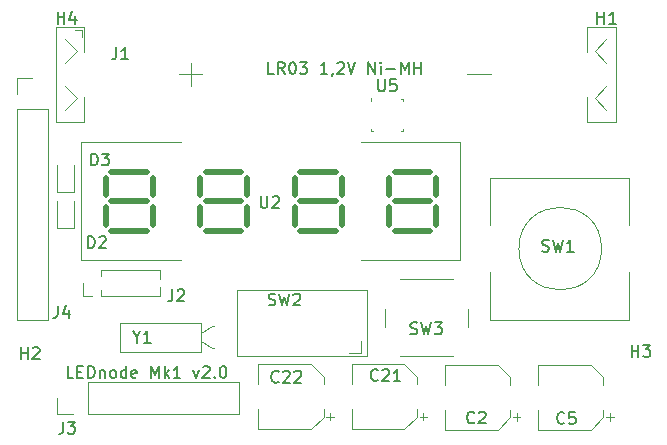
<source format=gbr>
%TF.GenerationSoftware,KiCad,Pcbnew,6.0.2-1.fc35*%
%TF.CreationDate,2022-05-07T18:41:25+02:00*%
%TF.ProjectId,LEDnode,4c45446e-6f64-4652-9e6b-696361645f70,rev?*%
%TF.SameCoordinates,Original*%
%TF.FileFunction,Legend,Top*%
%TF.FilePolarity,Positive*%
%FSLAX46Y46*%
G04 Gerber Fmt 4.6, Leading zero omitted, Abs format (unit mm)*
G04 Created by KiCad (PCBNEW 6.0.2-1.fc35) date 2022-05-07 18:41:25*
%MOMM*%
%LPD*%
G01*
G04 APERTURE LIST*
%ADD10C,0.150000*%
%ADD11C,0.120000*%
%ADD12C,0.500000*%
%ADD13C,0.100000*%
G04 APERTURE END LIST*
D10*
X81785714Y-99952380D02*
X81309523Y-99952380D01*
X81309523Y-98952380D01*
X82119047Y-99428571D02*
X82452380Y-99428571D01*
X82595238Y-99952380D02*
X82119047Y-99952380D01*
X82119047Y-98952380D01*
X82595238Y-98952380D01*
X83023809Y-99952380D02*
X83023809Y-98952380D01*
X83261904Y-98952380D01*
X83404761Y-99000000D01*
X83500000Y-99095238D01*
X83547619Y-99190476D01*
X83595238Y-99380952D01*
X83595238Y-99523809D01*
X83547619Y-99714285D01*
X83500000Y-99809523D01*
X83404761Y-99904761D01*
X83261904Y-99952380D01*
X83023809Y-99952380D01*
X84023809Y-99285714D02*
X84023809Y-99952380D01*
X84023809Y-99380952D02*
X84071428Y-99333333D01*
X84166666Y-99285714D01*
X84309523Y-99285714D01*
X84404761Y-99333333D01*
X84452380Y-99428571D01*
X84452380Y-99952380D01*
X85071428Y-99952380D02*
X84976190Y-99904761D01*
X84928571Y-99857142D01*
X84880952Y-99761904D01*
X84880952Y-99476190D01*
X84928571Y-99380952D01*
X84976190Y-99333333D01*
X85071428Y-99285714D01*
X85214285Y-99285714D01*
X85309523Y-99333333D01*
X85357142Y-99380952D01*
X85404761Y-99476190D01*
X85404761Y-99761904D01*
X85357142Y-99857142D01*
X85309523Y-99904761D01*
X85214285Y-99952380D01*
X85071428Y-99952380D01*
X86261904Y-99952380D02*
X86261904Y-98952380D01*
X86261904Y-99904761D02*
X86166666Y-99952380D01*
X85976190Y-99952380D01*
X85880952Y-99904761D01*
X85833333Y-99857142D01*
X85785714Y-99761904D01*
X85785714Y-99476190D01*
X85833333Y-99380952D01*
X85880952Y-99333333D01*
X85976190Y-99285714D01*
X86166666Y-99285714D01*
X86261904Y-99333333D01*
X87119047Y-99904761D02*
X87023809Y-99952380D01*
X86833333Y-99952380D01*
X86738095Y-99904761D01*
X86690476Y-99809523D01*
X86690476Y-99428571D01*
X86738095Y-99333333D01*
X86833333Y-99285714D01*
X87023809Y-99285714D01*
X87119047Y-99333333D01*
X87166666Y-99428571D01*
X87166666Y-99523809D01*
X86690476Y-99619047D01*
X88357142Y-99952380D02*
X88357142Y-98952380D01*
X88690476Y-99666666D01*
X89023809Y-98952380D01*
X89023809Y-99952380D01*
X89500000Y-99952380D02*
X89500000Y-98952380D01*
X89595238Y-99571428D02*
X89880952Y-99952380D01*
X89880952Y-99285714D02*
X89500000Y-99666666D01*
X90833333Y-99952380D02*
X90261904Y-99952380D01*
X90547619Y-99952380D02*
X90547619Y-98952380D01*
X90452380Y-99095238D01*
X90357142Y-99190476D01*
X90261904Y-99238095D01*
X91928571Y-99285714D02*
X92166666Y-99952380D01*
X92404761Y-99285714D01*
X92738095Y-99047619D02*
X92785714Y-99000000D01*
X92880952Y-98952380D01*
X93119047Y-98952380D01*
X93214285Y-99000000D01*
X93261904Y-99047619D01*
X93309523Y-99142857D01*
X93309523Y-99238095D01*
X93261904Y-99380952D01*
X92690476Y-99952380D01*
X93309523Y-99952380D01*
X93738095Y-99857142D02*
X93785714Y-99904761D01*
X93738095Y-99952380D01*
X93690476Y-99904761D01*
X93738095Y-99857142D01*
X93738095Y-99952380D01*
X94404761Y-98952380D02*
X94500000Y-98952380D01*
X94595238Y-99000000D01*
X94642857Y-99047619D01*
X94690476Y-99142857D01*
X94738095Y-99333333D01*
X94738095Y-99571428D01*
X94690476Y-99761904D01*
X94642857Y-99857142D01*
X94595238Y-99904761D01*
X94500000Y-99952380D01*
X94404761Y-99952380D01*
X94309523Y-99904761D01*
X94261904Y-99857142D01*
X94214285Y-99761904D01*
X94166666Y-99571428D01*
X94166666Y-99333333D01*
X94214285Y-99142857D01*
X94261904Y-99047619D01*
X94309523Y-99000000D01*
X94404761Y-98952380D01*
%TO.C,SW3*%
X110316666Y-96204761D02*
X110459523Y-96252380D01*
X110697619Y-96252380D01*
X110792857Y-96204761D01*
X110840476Y-96157142D01*
X110888095Y-96061904D01*
X110888095Y-95966666D01*
X110840476Y-95871428D01*
X110792857Y-95823809D01*
X110697619Y-95776190D01*
X110507142Y-95728571D01*
X110411904Y-95680952D01*
X110364285Y-95633333D01*
X110316666Y-95538095D01*
X110316666Y-95442857D01*
X110364285Y-95347619D01*
X110411904Y-95300000D01*
X110507142Y-95252380D01*
X110745238Y-95252380D01*
X110888095Y-95300000D01*
X111221428Y-95252380D02*
X111459523Y-96252380D01*
X111650000Y-95538095D01*
X111840476Y-96252380D01*
X112078571Y-95252380D01*
X112364285Y-95252380D02*
X112983333Y-95252380D01*
X112650000Y-95633333D01*
X112792857Y-95633333D01*
X112888095Y-95680952D01*
X112935714Y-95728571D01*
X112983333Y-95823809D01*
X112983333Y-96061904D01*
X112935714Y-96157142D01*
X112888095Y-96204761D01*
X112792857Y-96252380D01*
X112507142Y-96252380D01*
X112411904Y-96204761D01*
X112364285Y-96157142D01*
%TO.C,C22*%
X99157142Y-100257142D02*
X99109523Y-100304761D01*
X98966666Y-100352380D01*
X98871428Y-100352380D01*
X98728571Y-100304761D01*
X98633333Y-100209523D01*
X98585714Y-100114285D01*
X98538095Y-99923809D01*
X98538095Y-99780952D01*
X98585714Y-99590476D01*
X98633333Y-99495238D01*
X98728571Y-99400000D01*
X98871428Y-99352380D01*
X98966666Y-99352380D01*
X99109523Y-99400000D01*
X99157142Y-99447619D01*
X99538095Y-99447619D02*
X99585714Y-99400000D01*
X99680952Y-99352380D01*
X99919047Y-99352380D01*
X100014285Y-99400000D01*
X100061904Y-99447619D01*
X100109523Y-99542857D01*
X100109523Y-99638095D01*
X100061904Y-99780952D01*
X99490476Y-100352380D01*
X100109523Y-100352380D01*
X100490476Y-99447619D02*
X100538095Y-99400000D01*
X100633333Y-99352380D01*
X100871428Y-99352380D01*
X100966666Y-99400000D01*
X101014285Y-99447619D01*
X101061904Y-99542857D01*
X101061904Y-99638095D01*
X101014285Y-99780952D01*
X100442857Y-100352380D01*
X101061904Y-100352380D01*
%TO.C,C21*%
X107557142Y-100107142D02*
X107509523Y-100154761D01*
X107366666Y-100202380D01*
X107271428Y-100202380D01*
X107128571Y-100154761D01*
X107033333Y-100059523D01*
X106985714Y-99964285D01*
X106938095Y-99773809D01*
X106938095Y-99630952D01*
X106985714Y-99440476D01*
X107033333Y-99345238D01*
X107128571Y-99250000D01*
X107271428Y-99202380D01*
X107366666Y-99202380D01*
X107509523Y-99250000D01*
X107557142Y-99297619D01*
X107938095Y-99297619D02*
X107985714Y-99250000D01*
X108080952Y-99202380D01*
X108319047Y-99202380D01*
X108414285Y-99250000D01*
X108461904Y-99297619D01*
X108509523Y-99392857D01*
X108509523Y-99488095D01*
X108461904Y-99630952D01*
X107890476Y-100202380D01*
X108509523Y-100202380D01*
X109461904Y-100202380D02*
X108890476Y-100202380D01*
X109176190Y-100202380D02*
X109176190Y-99202380D01*
X109080952Y-99345238D01*
X108985714Y-99440476D01*
X108890476Y-99488095D01*
%TO.C,J1*%
X85416666Y-71952380D02*
X85416666Y-72666666D01*
X85369047Y-72809523D01*
X85273809Y-72904761D01*
X85130952Y-72952380D01*
X85035714Y-72952380D01*
X86416666Y-72952380D02*
X85845238Y-72952380D01*
X86130952Y-72952380D02*
X86130952Y-71952380D01*
X86035714Y-72095238D01*
X85940476Y-72190476D01*
X85845238Y-72238095D01*
X98750000Y-74202380D02*
X98273809Y-74202380D01*
X98273809Y-73202380D01*
X99654761Y-74202380D02*
X99321428Y-73726190D01*
X99083333Y-74202380D02*
X99083333Y-73202380D01*
X99464285Y-73202380D01*
X99559523Y-73250000D01*
X99607142Y-73297619D01*
X99654761Y-73392857D01*
X99654761Y-73535714D01*
X99607142Y-73630952D01*
X99559523Y-73678571D01*
X99464285Y-73726190D01*
X99083333Y-73726190D01*
X100273809Y-73202380D02*
X100369047Y-73202380D01*
X100464285Y-73250000D01*
X100511904Y-73297619D01*
X100559523Y-73392857D01*
X100607142Y-73583333D01*
X100607142Y-73821428D01*
X100559523Y-74011904D01*
X100511904Y-74107142D01*
X100464285Y-74154761D01*
X100369047Y-74202380D01*
X100273809Y-74202380D01*
X100178571Y-74154761D01*
X100130952Y-74107142D01*
X100083333Y-74011904D01*
X100035714Y-73821428D01*
X100035714Y-73583333D01*
X100083333Y-73392857D01*
X100130952Y-73297619D01*
X100178571Y-73250000D01*
X100273809Y-73202380D01*
X100940476Y-73202380D02*
X101559523Y-73202380D01*
X101226190Y-73583333D01*
X101369047Y-73583333D01*
X101464285Y-73630952D01*
X101511904Y-73678571D01*
X101559523Y-73773809D01*
X101559523Y-74011904D01*
X101511904Y-74107142D01*
X101464285Y-74154761D01*
X101369047Y-74202380D01*
X101083333Y-74202380D01*
X100988095Y-74154761D01*
X100940476Y-74107142D01*
X103273809Y-74202380D02*
X102702380Y-74202380D01*
X102988095Y-74202380D02*
X102988095Y-73202380D01*
X102892857Y-73345238D01*
X102797619Y-73440476D01*
X102702380Y-73488095D01*
X103750000Y-74154761D02*
X103750000Y-74202380D01*
X103702380Y-74297619D01*
X103654761Y-74345238D01*
X104130952Y-73297619D02*
X104178571Y-73250000D01*
X104273809Y-73202380D01*
X104511904Y-73202380D01*
X104607142Y-73250000D01*
X104654761Y-73297619D01*
X104702380Y-73392857D01*
X104702380Y-73488095D01*
X104654761Y-73630952D01*
X104083333Y-74202380D01*
X104702380Y-74202380D01*
X104988095Y-73202380D02*
X105321428Y-74202380D01*
X105654761Y-73202380D01*
X106750000Y-74202380D02*
X106750000Y-73202380D01*
X107321428Y-74202380D01*
X107321428Y-73202380D01*
X107797619Y-74202380D02*
X107797619Y-73535714D01*
X107797619Y-73202380D02*
X107750000Y-73250000D01*
X107797619Y-73297619D01*
X107845238Y-73250000D01*
X107797619Y-73202380D01*
X107797619Y-73297619D01*
X108273809Y-73821428D02*
X109035714Y-73821428D01*
X109511904Y-74202380D02*
X109511904Y-73202380D01*
X109845238Y-73916666D01*
X110178571Y-73202380D01*
X110178571Y-74202380D01*
X110654761Y-74202380D02*
X110654761Y-73202380D01*
X110654761Y-73678571D02*
X111226190Y-73678571D01*
X111226190Y-74202380D02*
X111226190Y-73202380D01*
%TO.C,SW1*%
X121466666Y-89204761D02*
X121609523Y-89252380D01*
X121847619Y-89252380D01*
X121942857Y-89204761D01*
X121990476Y-89157142D01*
X122038095Y-89061904D01*
X122038095Y-88966666D01*
X121990476Y-88871428D01*
X121942857Y-88823809D01*
X121847619Y-88776190D01*
X121657142Y-88728571D01*
X121561904Y-88680952D01*
X121514285Y-88633333D01*
X121466666Y-88538095D01*
X121466666Y-88442857D01*
X121514285Y-88347619D01*
X121561904Y-88300000D01*
X121657142Y-88252380D01*
X121895238Y-88252380D01*
X122038095Y-88300000D01*
X122371428Y-88252380D02*
X122609523Y-89252380D01*
X122800000Y-88538095D01*
X122990476Y-89252380D01*
X123228571Y-88252380D01*
X124133333Y-89252380D02*
X123561904Y-89252380D01*
X123847619Y-89252380D02*
X123847619Y-88252380D01*
X123752380Y-88395238D01*
X123657142Y-88490476D01*
X123561904Y-88538095D01*
%TO.C,H4*%
X80438095Y-69952380D02*
X80438095Y-68952380D01*
X80438095Y-69428571D02*
X81009523Y-69428571D01*
X81009523Y-69952380D02*
X81009523Y-68952380D01*
X81914285Y-69285714D02*
X81914285Y-69952380D01*
X81676190Y-68904761D02*
X81438095Y-69619047D01*
X82057142Y-69619047D01*
%TO.C,C5*%
X123343333Y-103757142D02*
X123295714Y-103804761D01*
X123152857Y-103852380D01*
X123057619Y-103852380D01*
X122914761Y-103804761D01*
X122819523Y-103709523D01*
X122771904Y-103614285D01*
X122724285Y-103423809D01*
X122724285Y-103280952D01*
X122771904Y-103090476D01*
X122819523Y-102995238D01*
X122914761Y-102900000D01*
X123057619Y-102852380D01*
X123152857Y-102852380D01*
X123295714Y-102900000D01*
X123343333Y-102947619D01*
X124248095Y-102852380D02*
X123771904Y-102852380D01*
X123724285Y-103328571D01*
X123771904Y-103280952D01*
X123867142Y-103233333D01*
X124105238Y-103233333D01*
X124200476Y-103280952D01*
X124248095Y-103328571D01*
X124295714Y-103423809D01*
X124295714Y-103661904D01*
X124248095Y-103757142D01*
X124200476Y-103804761D01*
X124105238Y-103852380D01*
X123867142Y-103852380D01*
X123771904Y-103804761D01*
X123724285Y-103757142D01*
%TO.C,J3*%
X80916666Y-103652380D02*
X80916666Y-104366666D01*
X80869047Y-104509523D01*
X80773809Y-104604761D01*
X80630952Y-104652380D01*
X80535714Y-104652380D01*
X81297619Y-103652380D02*
X81916666Y-103652380D01*
X81583333Y-104033333D01*
X81726190Y-104033333D01*
X81821428Y-104080952D01*
X81869047Y-104128571D01*
X81916666Y-104223809D01*
X81916666Y-104461904D01*
X81869047Y-104557142D01*
X81821428Y-104604761D01*
X81726190Y-104652380D01*
X81440476Y-104652380D01*
X81345238Y-104604761D01*
X81297619Y-104557142D01*
%TO.C,H3*%
X129038095Y-98152380D02*
X129038095Y-97152380D01*
X129038095Y-97628571D02*
X129609523Y-97628571D01*
X129609523Y-98152380D02*
X129609523Y-97152380D01*
X129990476Y-97152380D02*
X130609523Y-97152380D01*
X130276190Y-97533333D01*
X130419047Y-97533333D01*
X130514285Y-97580952D01*
X130561904Y-97628571D01*
X130609523Y-97723809D01*
X130609523Y-97961904D01*
X130561904Y-98057142D01*
X130514285Y-98104761D01*
X130419047Y-98152380D01*
X130133333Y-98152380D01*
X130038095Y-98104761D01*
X129990476Y-98057142D01*
%TO.C,SW2*%
X98308630Y-93766190D02*
X98451487Y-93813809D01*
X98689583Y-93813809D01*
X98784821Y-93766190D01*
X98832440Y-93718571D01*
X98880059Y-93623333D01*
X98880059Y-93528095D01*
X98832440Y-93432857D01*
X98784821Y-93385238D01*
X98689583Y-93337619D01*
X98499106Y-93290000D01*
X98403868Y-93242381D01*
X98356249Y-93194762D01*
X98308630Y-93099524D01*
X98308630Y-93004286D01*
X98356249Y-92909048D01*
X98403868Y-92861429D01*
X98499106Y-92813809D01*
X98737202Y-92813809D01*
X98880059Y-92861429D01*
X99213392Y-92813809D02*
X99451487Y-93813809D01*
X99641964Y-93099524D01*
X99832440Y-93813809D01*
X100070535Y-92813809D01*
X100403868Y-92909048D02*
X100451487Y-92861429D01*
X100546725Y-92813809D01*
X100784821Y-92813809D01*
X100880059Y-92861429D01*
X100927678Y-92909048D01*
X100975297Y-93004286D01*
X100975297Y-93099524D01*
X100927678Y-93242381D01*
X100356249Y-93813809D01*
X100975297Y-93813809D01*
%TO.C,C2*%
X115733333Y-103707142D02*
X115685714Y-103754761D01*
X115542857Y-103802380D01*
X115447619Y-103802380D01*
X115304761Y-103754761D01*
X115209523Y-103659523D01*
X115161904Y-103564285D01*
X115114285Y-103373809D01*
X115114285Y-103230952D01*
X115161904Y-103040476D01*
X115209523Y-102945238D01*
X115304761Y-102850000D01*
X115447619Y-102802380D01*
X115542857Y-102802380D01*
X115685714Y-102850000D01*
X115733333Y-102897619D01*
X116114285Y-102897619D02*
X116161904Y-102850000D01*
X116257142Y-102802380D01*
X116495238Y-102802380D01*
X116590476Y-102850000D01*
X116638095Y-102897619D01*
X116685714Y-102992857D01*
X116685714Y-103088095D01*
X116638095Y-103230952D01*
X116066666Y-103802380D01*
X116685714Y-103802380D01*
%TO.C,H1*%
X126138095Y-69952380D02*
X126138095Y-68952380D01*
X126138095Y-69428571D02*
X126709523Y-69428571D01*
X126709523Y-69952380D02*
X126709523Y-68952380D01*
X127709523Y-69952380D02*
X127138095Y-69952380D01*
X127423809Y-69952380D02*
X127423809Y-68952380D01*
X127328571Y-69095238D01*
X127233333Y-69190476D01*
X127138095Y-69238095D01*
%TO.C,J4*%
X80466666Y-93852380D02*
X80466666Y-94566666D01*
X80419047Y-94709523D01*
X80323809Y-94804761D01*
X80180952Y-94852380D01*
X80085714Y-94852380D01*
X81371428Y-94185714D02*
X81371428Y-94852380D01*
X81133333Y-93804761D02*
X80895238Y-94519047D01*
X81514285Y-94519047D01*
%TO.C,U2*%
X97638095Y-84552380D02*
X97638095Y-85361904D01*
X97685714Y-85457142D01*
X97733333Y-85504761D01*
X97828571Y-85552380D01*
X98019047Y-85552380D01*
X98114285Y-85504761D01*
X98161904Y-85457142D01*
X98209523Y-85361904D01*
X98209523Y-84552380D01*
X98638095Y-84647619D02*
X98685714Y-84600000D01*
X98780952Y-84552380D01*
X99019047Y-84552380D01*
X99114285Y-84600000D01*
X99161904Y-84647619D01*
X99209523Y-84742857D01*
X99209523Y-84838095D01*
X99161904Y-84980952D01*
X98590476Y-85552380D01*
X99209523Y-85552380D01*
%TO.C,Y1*%
X87123809Y-96476190D02*
X87123809Y-96952380D01*
X86790476Y-95952380D02*
X87123809Y-96476190D01*
X87457142Y-95952380D01*
X88314285Y-96952380D02*
X87742857Y-96952380D01*
X88028571Y-96952380D02*
X88028571Y-95952380D01*
X87933333Y-96095238D01*
X87838095Y-96190476D01*
X87742857Y-96238095D01*
%TO.C,J2*%
X90166666Y-92452380D02*
X90166666Y-93166666D01*
X90119047Y-93309523D01*
X90023809Y-93404761D01*
X89880952Y-93452380D01*
X89785714Y-93452380D01*
X90595238Y-92547619D02*
X90642857Y-92500000D01*
X90738095Y-92452380D01*
X90976190Y-92452380D01*
X91071428Y-92500000D01*
X91119047Y-92547619D01*
X91166666Y-92642857D01*
X91166666Y-92738095D01*
X91119047Y-92880952D01*
X90547619Y-93452380D01*
X91166666Y-93452380D01*
%TO.C,D3*%
X83261904Y-81952380D02*
X83261904Y-80952380D01*
X83500000Y-80952380D01*
X83642857Y-81000000D01*
X83738095Y-81095238D01*
X83785714Y-81190476D01*
X83833333Y-81380952D01*
X83833333Y-81523809D01*
X83785714Y-81714285D01*
X83738095Y-81809523D01*
X83642857Y-81904761D01*
X83500000Y-81952380D01*
X83261904Y-81952380D01*
X84166666Y-80952380D02*
X84785714Y-80952380D01*
X84452380Y-81333333D01*
X84595238Y-81333333D01*
X84690476Y-81380952D01*
X84738095Y-81428571D01*
X84785714Y-81523809D01*
X84785714Y-81761904D01*
X84738095Y-81857142D01*
X84690476Y-81904761D01*
X84595238Y-81952380D01*
X84309523Y-81952380D01*
X84214285Y-81904761D01*
X84166666Y-81857142D01*
%TO.C,U5*%
X107565106Y-74662380D02*
X107565106Y-75471904D01*
X107612725Y-75567142D01*
X107660344Y-75614761D01*
X107755582Y-75662380D01*
X107946058Y-75662380D01*
X108041296Y-75614761D01*
X108088915Y-75567142D01*
X108136534Y-75471904D01*
X108136534Y-74662380D01*
X109088915Y-74662380D02*
X108612725Y-74662380D01*
X108565106Y-75138571D01*
X108612725Y-75090952D01*
X108707963Y-75043333D01*
X108946058Y-75043333D01*
X109041296Y-75090952D01*
X109088915Y-75138571D01*
X109136534Y-75233809D01*
X109136534Y-75471904D01*
X109088915Y-75567142D01*
X109041296Y-75614761D01*
X108946058Y-75662380D01*
X108707963Y-75662380D01*
X108612725Y-75614761D01*
X108565106Y-75567142D01*
%TO.C,H2*%
X77338095Y-98352380D02*
X77338095Y-97352380D01*
X77338095Y-97828571D02*
X77909523Y-97828571D01*
X77909523Y-98352380D02*
X77909523Y-97352380D01*
X78338095Y-97447619D02*
X78385714Y-97400000D01*
X78480952Y-97352380D01*
X78719047Y-97352380D01*
X78814285Y-97400000D01*
X78861904Y-97447619D01*
X78909523Y-97542857D01*
X78909523Y-97638095D01*
X78861904Y-97780952D01*
X78290476Y-98352380D01*
X78909523Y-98352380D01*
%TO.C,D2*%
X83011904Y-88952380D02*
X83011904Y-87952380D01*
X83250000Y-87952380D01*
X83392857Y-88000000D01*
X83488095Y-88095238D01*
X83535714Y-88190476D01*
X83583333Y-88380952D01*
X83583333Y-88523809D01*
X83535714Y-88714285D01*
X83488095Y-88809523D01*
X83392857Y-88904761D01*
X83250000Y-88952380D01*
X83011904Y-88952380D01*
X83964285Y-88047619D02*
X84011904Y-88000000D01*
X84107142Y-87952380D01*
X84345238Y-87952380D01*
X84440476Y-88000000D01*
X84488095Y-88047619D01*
X84535714Y-88142857D01*
X84535714Y-88238095D01*
X84488095Y-88380952D01*
X83916666Y-88952380D01*
X84535714Y-88952380D01*
D11*
%TO.C,SW3*%
X113900000Y-91600000D02*
X109400000Y-91600000D01*
X109400000Y-98100000D02*
X113900000Y-98100000D01*
X108150000Y-94100000D02*
X108150000Y-95600000D01*
X115150000Y-95600000D02*
X115150000Y-94100000D01*
%TO.C,C22*%
X102960000Y-99854437D02*
X102960000Y-100490000D01*
X102960000Y-103245563D02*
X102960000Y-102610000D01*
X101895563Y-98790000D02*
X97440000Y-98790000D01*
X102960000Y-103245563D02*
X101895563Y-104310000D01*
X103825000Y-103235000D02*
X103200000Y-103235000D01*
X101895563Y-104310000D02*
X97440000Y-104310000D01*
X97440000Y-104310000D02*
X97440000Y-102610000D01*
X102960000Y-99854437D02*
X101895563Y-98790000D01*
X97440000Y-98790000D02*
X97440000Y-100490000D01*
X103512500Y-103547500D02*
X103512500Y-102922500D01*
%TO.C,C21*%
X110860000Y-99854437D02*
X110860000Y-100490000D01*
X110860000Y-103245563D02*
X110860000Y-102610000D01*
X109795563Y-98790000D02*
X105340000Y-98790000D01*
X110860000Y-103245563D02*
X109795563Y-104310000D01*
X111725000Y-103235000D02*
X111100000Y-103235000D01*
X109795563Y-104310000D02*
X105340000Y-104310000D01*
X105340000Y-104310000D02*
X105340000Y-102610000D01*
X110860000Y-99854437D02*
X109795563Y-98790000D01*
X105340000Y-98790000D02*
X105340000Y-100490000D01*
X111412500Y-103547500D02*
X111412500Y-102922500D01*
%TO.C,J1*%
X82500000Y-70450000D02*
X82500000Y-71050000D01*
X82100000Y-76250000D02*
X81100000Y-77250000D01*
X91700000Y-73250000D02*
X91700000Y-75250000D01*
X81100000Y-71250000D02*
X82100000Y-72250000D01*
X125900000Y-76250000D02*
X126900000Y-75250000D01*
X125300000Y-76155000D02*
X125300000Y-78250000D01*
X82700000Y-76155000D02*
X82700000Y-78250000D01*
X82700000Y-72345000D02*
X82700000Y-70250000D01*
X81900000Y-70450000D02*
X82500000Y-70450000D01*
X126900000Y-77250000D02*
X125900000Y-76250000D01*
X125300000Y-70250000D02*
X127700000Y-70250000D01*
X127700000Y-70250000D02*
X127700000Y-78250000D01*
X125300000Y-72345000D02*
X125300000Y-70250000D01*
X82100000Y-72250000D02*
X81100000Y-73250000D01*
X125900000Y-72250000D02*
X126900000Y-71250000D01*
X126900000Y-73250000D02*
X125900000Y-72250000D01*
X81100000Y-75250000D02*
X82100000Y-76250000D01*
X127700000Y-78250000D02*
X125300000Y-78250000D01*
X82700000Y-70250000D02*
X80300000Y-70250000D01*
X80300000Y-70250000D02*
X80300000Y-78250000D01*
X90700000Y-74250000D02*
X92700000Y-74250000D01*
X80300000Y-78250000D02*
X82700000Y-78250000D01*
X115100000Y-74250000D02*
X117100000Y-74250000D01*
%TO.C,SW1*%
X128850000Y-83000000D02*
X128850000Y-87000000D01*
X117050000Y-83000000D02*
X117050000Y-87000000D01*
X117050000Y-91000000D02*
X117050000Y-95000000D01*
X117050000Y-95000000D02*
X128850000Y-95000000D01*
X128850000Y-91000000D02*
X128850000Y-95000000D01*
X117050000Y-83000000D02*
X128850000Y-83000000D01*
X126500000Y-89000000D02*
G75*
G03*
X126500000Y-89000000I-3500000J0D01*
G01*
%TO.C,C5*%
X126660000Y-103265563D02*
X125595563Y-104330000D01*
X126660000Y-99874437D02*
X126660000Y-100510000D01*
X121140000Y-98810000D02*
X121140000Y-100510000D01*
X125595563Y-104330000D02*
X121140000Y-104330000D01*
X126660000Y-103265563D02*
X126660000Y-102630000D01*
X126660000Y-99874437D02*
X125595563Y-98810000D01*
X127212500Y-103567500D02*
X127212500Y-102942500D01*
X127525000Y-103255000D02*
X126900000Y-103255000D01*
X121140000Y-104330000D02*
X121140000Y-102630000D01*
X125595563Y-98810000D02*
X121140000Y-98810000D01*
%TO.C,J3*%
X80420000Y-102980000D02*
X80420000Y-101650000D01*
X83020000Y-102980000D02*
X83020000Y-100320000D01*
X81750000Y-102980000D02*
X80420000Y-102980000D01*
X95780000Y-102980000D02*
X95780000Y-100320000D01*
X83020000Y-100320000D02*
X95780000Y-100320000D01*
X83020000Y-102980000D02*
X95780000Y-102980000D01*
%TO.C,SW2*%
X95600000Y-92500000D02*
X95600000Y-98100000D01*
X95600000Y-98100000D02*
X106600000Y-98100000D01*
X106100000Y-97800000D02*
X105100000Y-97800000D01*
X106600000Y-98100000D02*
X106600000Y-92500000D01*
X95600000Y-92500000D02*
X106600000Y-92500000D01*
X106100000Y-96800000D02*
X106100000Y-97800000D01*
%TO.C,C2*%
X118760000Y-99874437D02*
X118760000Y-100510000D01*
X117695563Y-98810000D02*
X113240000Y-98810000D01*
X118760000Y-103265563D02*
X117695563Y-104330000D01*
X113240000Y-98810000D02*
X113240000Y-100510000D01*
X118760000Y-99874437D02*
X117695563Y-98810000D01*
X113240000Y-104330000D02*
X113240000Y-102630000D01*
X119625000Y-103255000D02*
X119000000Y-103255000D01*
X117695563Y-104330000D02*
X113240000Y-104330000D01*
X119312500Y-103567500D02*
X119312500Y-102942500D01*
X118760000Y-103265563D02*
X118760000Y-102630000D01*
%TO.C,J4*%
X76970000Y-75900000D02*
X76970000Y-74570000D01*
X76970000Y-74570000D02*
X78300000Y-74570000D01*
X76970000Y-95010000D02*
X79630000Y-95010000D01*
X76970000Y-77170000D02*
X79630000Y-77170000D01*
X79630000Y-77170000D02*
X79630000Y-95010000D01*
X76970000Y-77170000D02*
X76970000Y-95010000D01*
D12*
%TO.C,U2*%
X84500000Y-83000000D02*
X84500000Y-84500000D01*
D11*
X106120000Y-90000000D02*
X114550000Y-90000000D01*
D12*
X109000000Y-85000000D02*
X112000000Y-85000000D01*
X85000000Y-85000000D02*
X88000000Y-85000000D01*
X101000000Y-85000000D02*
X104000000Y-85000000D01*
X100500000Y-85500000D02*
X100500000Y-87000000D01*
D11*
X114550000Y-80000000D02*
X114550000Y-90000000D01*
D12*
X112500000Y-85500000D02*
X112500000Y-87000000D01*
X108500000Y-83000000D02*
X108500000Y-84500000D01*
D11*
X82450000Y-90000000D02*
X82450000Y-80000000D01*
D12*
X93000000Y-85000000D02*
X96000000Y-85000000D01*
X109000000Y-82500000D02*
X112000000Y-82500000D01*
X93000000Y-82500000D02*
X96000000Y-82500000D01*
X112500000Y-83000000D02*
X112500000Y-84500000D01*
X92500000Y-85500000D02*
X92500000Y-87000000D01*
X108500000Y-85500000D02*
X108500000Y-87000000D01*
D11*
X106120000Y-80000000D02*
X114550000Y-80000000D01*
D12*
X88500000Y-85500000D02*
X88500000Y-87000000D01*
X96500000Y-83000000D02*
X96500000Y-84500000D01*
X92500000Y-83000000D02*
X92500000Y-84500000D01*
X93000000Y-87500000D02*
X96000000Y-87500000D01*
X104500000Y-85500000D02*
X104500000Y-87000000D01*
X101000000Y-87500000D02*
X104000000Y-87500000D01*
D11*
X90880000Y-80000000D02*
X82450000Y-80000000D01*
D12*
X96500000Y-85500000D02*
X96500000Y-87000000D01*
X109000000Y-87500000D02*
X112000000Y-87500000D01*
X104500000Y-83000000D02*
X104500000Y-84500000D01*
X101000000Y-82500000D02*
X104000000Y-82500000D01*
X88500000Y-83000000D02*
X88500000Y-84500000D01*
X84500000Y-85500000D02*
X84500000Y-87000000D01*
X85000000Y-82500000D02*
X88000000Y-82500000D01*
X100500000Y-83000000D02*
X100500000Y-84500000D01*
D11*
X90880000Y-90000000D02*
X82450000Y-90000000D01*
D12*
X85000000Y-87500000D02*
X88000000Y-87500000D01*
D11*
%TO.C,Y1*%
X92600000Y-97730000D02*
X92600000Y-95270000D01*
X93500000Y-97450000D02*
X93700000Y-97450000D01*
X85700000Y-95270000D02*
X85700000Y-97730000D01*
X85700000Y-97730000D02*
X92600000Y-97730000D01*
X93500000Y-95550000D02*
X93700000Y-95550000D01*
X92600000Y-95270000D02*
X85700000Y-95270000D01*
X92600000Y-96850000D02*
X93500000Y-97450000D01*
X92600000Y-96150000D02*
X93500000Y-95550000D01*
%TO.C,J2*%
X84110000Y-90790000D02*
X89125000Y-90790000D01*
X83350000Y-93010000D02*
X82590000Y-93010000D01*
X84110000Y-91336529D02*
X84110000Y-90790000D01*
X84110000Y-93010000D02*
X89125000Y-93010000D01*
X84110000Y-93010000D02*
X84110000Y-92463471D01*
X82590000Y-93010000D02*
X82590000Y-91900000D01*
X89125000Y-93010000D02*
X89125000Y-92207530D01*
X89125000Y-91592470D02*
X89125000Y-90790000D01*
%TO.C,D3*%
X80365000Y-84172500D02*
X81835000Y-84172500D01*
X81835000Y-84172500D02*
X81835000Y-81887500D01*
X80365000Y-81887500D02*
X80365000Y-84172500D01*
D13*
%TO.C,U5*%
X106962011Y-79035000D02*
X107112011Y-79035000D01*
X106962011Y-76475000D02*
X106962011Y-76225000D01*
X109662011Y-76325000D02*
X109662011Y-76475000D01*
X106962011Y-79025000D02*
X106962011Y-78875000D01*
X109662011Y-79025000D02*
X109512011Y-79025000D01*
X109662011Y-79025000D02*
X109662011Y-78875000D01*
X109512011Y-76325000D02*
X109662011Y-76325000D01*
D11*
%TO.C,D2*%
X81835000Y-87272500D02*
X81835000Y-84987500D01*
X80365000Y-84987500D02*
X80365000Y-87272500D01*
X80365000Y-87272500D02*
X81835000Y-87272500D01*
%TD*%
M02*

</source>
